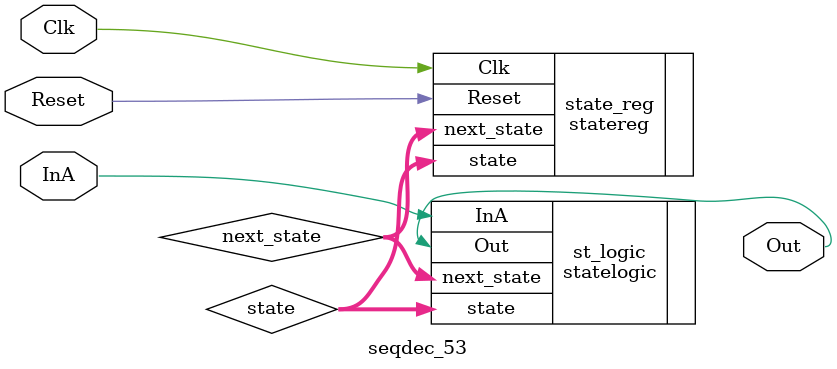
<source format=v>
module seqdec_53 (InA, Clk, Reset, Out);

input Clk;
input Reset;
input InA;

output Out;

wire [3:0] state;
wire [3:0] next_state;

statereg state_reg(
  .state(state),
  .next_state(next_state),
  .Clk(Clk),
  .Reset(Reset)
);

statelogic st_logic(
  .next_state(next_state),
  .Out(Out),
  .state(state),
  .InA(InA)
);

endmodule

</source>
